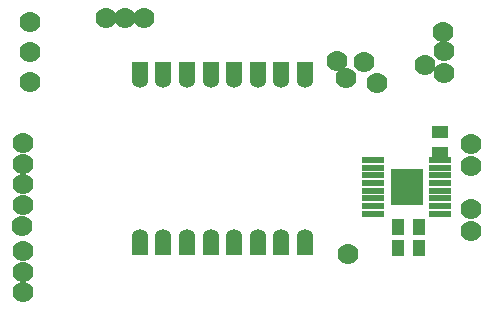
<source format=gbr>
%FSLAX35Y35*%
%MOIN*%
G04 EasyPC Gerber Version 18.0.8 Build 3632 *
%AMT89*0 Bullet Pad at angle 0*21,1,0.05331,0.06209,0,0,0*%
%ADD89T89*%
%ADD74R,0.04150X0.05724*%
%ADD91R,0.10700X0.12100*%
%ADD88C,0.05331*%
%ADD90R,0.07500X0.02400*%
%ADD28C,0.07000*%
%ADD75R,0.05724X0.04150*%
%AMT87*0 Bullet Pad at angle 180*21,1,0.05331,0.06209,0,0,180*%
%ADD87T87*%
X0Y0D02*
D02*
D28*
X4868Y26209D03*
X4993Y4244D03*
Y11108D03*
Y17972D03*
Y33323D03*
Y40437D03*
Y47051D03*
Y53791D03*
X7489Y74243D03*
Y84243D03*
Y94243D03*
X32699Y95724D03*
X39189D03*
X45304D03*
X109702Y81247D03*
X112947Y75756D03*
X113322Y17098D03*
X118938Y80998D03*
X123056Y74009D03*
X139156Y79999D03*
X145146Y90857D03*
X145396Y77254D03*
Y84617D03*
X154382Y24587D03*
Y31950D03*
Y46427D03*
Y53666D03*
D02*
D74*
X129996Y18970D03*
X130121Y26084D03*
X137083Y18970D03*
X137208Y26084D03*
D02*
D75*
X144023Y50622D03*
Y57708D03*
D02*
D87*
X43999Y77958D03*
D02*
D88*
Y74854D03*
D02*
D87*
X51873Y77958D03*
D02*
D88*
Y74854D03*
D02*
D87*
X59747Y77958D03*
D02*
D88*
Y74854D03*
D02*
D87*
X67621Y77958D03*
D02*
D88*
Y74854D03*
D02*
D87*
X75495Y77958D03*
D02*
D88*
Y74854D03*
D02*
D87*
X83369Y77958D03*
D02*
D88*
Y74854D03*
D02*
D87*
X91243Y77958D03*
D02*
D88*
Y74854D03*
D02*
D87*
X99117Y77958D03*
D02*
D88*
Y74854D03*
D02*
D89*
X44033Y19531D03*
D02*
D88*
Y22635D03*
D02*
D89*
X51907Y19531D03*
D02*
D88*
Y22635D03*
D02*
D89*
X59781Y19531D03*
D02*
D88*
Y22635D03*
D02*
D89*
X67655Y19531D03*
D02*
D88*
Y22635D03*
D02*
D89*
X75529Y19531D03*
D02*
D88*
Y22635D03*
D02*
D89*
X83403Y19531D03*
D02*
D88*
Y22635D03*
D02*
D89*
X91277Y19531D03*
D02*
D88*
Y22635D03*
D02*
D89*
X99151Y19531D03*
D02*
D88*
Y22635D03*
D02*
D90*
X121941Y30313D03*
Y32913D03*
Y35513D03*
Y38013D03*
Y40613D03*
Y43113D03*
Y45713D03*
Y48313D03*
X144141Y30313D03*
Y32913D03*
Y35513D03*
Y38013D03*
Y40613D03*
Y43113D03*
Y45713D03*
Y48313D03*
D02*
D91*
X133041Y39313D03*
X0Y0D02*
M02*

</source>
